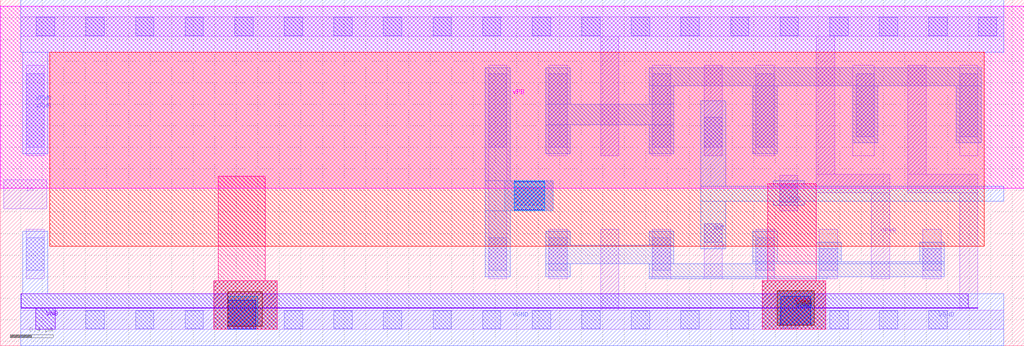
<source format=lef>
VERSION 5.7 ;
  NOWIREEXTENSIONATPIN ON ;
  DIVIDERCHAR "/" ;
  BUSBITCHARS "[]" ;
MACRO delay_macrocell
  CLASS BLOCK ;
  FOREIGN delay_macrocell ;
  ORIGIN 0.190 0.240 ;
  SIZE 9.500 BY 3.210 ;
  PIN in
    ANTENNAGATEAREA 4.880000 ;
    PORT
      LAYER li1 ;
        RECT -0.160 1.030 0.240 1.300 ;
    END
  END in
  PIN VPWR
    USE POWER ;
    PORT
      LAYER li1 ;
        RECT 0.000 2.630 9.120 2.810 ;
        RECT 0.050 1.520 0.220 2.360 ;
        RECT 5.380 1.520 5.550 2.630 ;
        RECT 7.380 1.350 7.550 2.630 ;
        RECT 7.380 1.180 8.060 1.350 ;
        RECT 7.890 0.380 8.060 1.180 ;
      LAYER mcon ;
        RECT 0.145 2.635 0.315 2.805 ;
        RECT 0.605 2.635 0.775 2.805 ;
        RECT 1.065 2.635 1.235 2.805 ;
        RECT 1.525 2.635 1.695 2.805 ;
        RECT 1.985 2.635 2.155 2.805 ;
        RECT 2.445 2.635 2.615 2.805 ;
        RECT 2.905 2.635 3.075 2.805 ;
        RECT 3.365 2.635 3.535 2.805 ;
        RECT 3.825 2.635 3.995 2.805 ;
        RECT 4.285 2.635 4.455 2.805 ;
        RECT 4.745 2.635 4.915 2.805 ;
        RECT 5.205 2.635 5.375 2.805 ;
        RECT 5.665 2.635 5.835 2.805 ;
        RECT 6.125 2.635 6.295 2.805 ;
        RECT 6.585 2.635 6.755 2.805 ;
        RECT 7.045 2.635 7.215 2.805 ;
        RECT 7.505 2.635 7.675 2.805 ;
        RECT 7.965 2.635 8.135 2.805 ;
        RECT 8.425 2.635 8.595 2.805 ;
        RECT 8.885 2.635 9.055 2.805 ;
        RECT 0.050 1.600 0.220 2.280 ;
      LAYER met1 ;
        RECT 0.000 2.480 9.120 2.970 ;
        RECT 0.020 1.540 0.250 2.480 ;
    END
  END VPWR
  PIN VPB
    PORT
      LAYER nwell ;
        RECT -0.190 1.220 9.310 2.910 ;
    END
  END VPB
  PIN out
    ANTENNAGATEAREA 0.366000 ;
    ANTENNADIFFAREA 0.402600 ;
    PORT
      LAYER li1 ;
        RECT 6.340 1.520 6.510 2.360 ;
        RECT 7.040 1.010 7.210 1.340 ;
        RECT 6.340 0.380 6.510 0.890 ;
      LAYER mcon ;
        RECT 6.340 1.600 6.510 1.880 ;
        RECT 7.040 1.090 7.210 1.260 ;
        RECT 6.340 0.720 6.510 0.890 ;
      LAYER met1 ;
        RECT 6.310 1.240 6.540 2.030 ;
        RECT 6.980 1.240 7.270 1.290 ;
        RECT 6.310 1.100 9.120 1.240 ;
        RECT 6.310 0.660 6.540 1.100 ;
        RECT 6.980 1.060 7.270 1.100 ;
    END
  END out
  PIN VGND
    USE GROUND ;
    PORT
      LAYER li1 ;
        RECT 8.230 1.350 8.400 2.360 ;
        RECT 8.230 1.180 8.880 1.350 ;
        RECT 0.050 0.380 0.220 0.840 ;
        RECT 5.380 0.090 5.550 0.840 ;
        RECT 8.710 0.090 8.880 1.180 ;
        RECT 0.000 -0.090 9.120 0.090 ;
      LAYER mcon ;
        RECT 0.050 0.460 0.220 0.760 ;
        RECT 0.140 -0.090 0.320 0.090 ;
        RECT 0.605 -0.085 0.775 0.085 ;
        RECT 1.065 -0.085 1.235 0.085 ;
        RECT 1.525 -0.085 1.695 0.085 ;
        RECT 1.985 -0.085 2.155 0.085 ;
        RECT 2.445 -0.085 2.615 0.085 ;
        RECT 2.905 -0.085 3.075 0.085 ;
        RECT 3.365 -0.085 3.535 0.085 ;
        RECT 3.825 -0.085 3.995 0.085 ;
        RECT 4.285 -0.085 4.455 0.085 ;
        RECT 4.745 -0.085 4.915 0.085 ;
        RECT 5.205 -0.085 5.375 0.085 ;
        RECT 5.665 -0.085 5.835 0.085 ;
        RECT 6.125 -0.085 6.295 0.085 ;
        RECT 6.585 -0.085 6.755 0.085 ;
        RECT 7.045 -0.085 7.215 0.085 ;
        RECT 7.505 -0.085 7.675 0.085 ;
        RECT 7.965 -0.085 8.135 0.085 ;
        RECT 8.425 -0.085 8.595 0.085 ;
      LAYER met1 ;
        RECT 0.020 0.240 0.250 0.820 ;
        RECT 0.000 -0.240 9.120 0.240 ;
      LAYER via ;
        RECT 1.920 -0.090 2.180 0.180 ;
        RECT 7.050 -0.050 7.330 0.220 ;
      LAYER met2 ;
        RECT 1.790 -0.090 2.380 0.360 ;
        RECT 6.880 -0.090 7.470 0.360 ;
      LAYER via2 ;
        RECT 1.920 -0.060 2.200 0.220 ;
        RECT 7.020 -0.050 7.360 0.270 ;
      LAYER met3 ;
        RECT 1.790 -0.090 2.380 0.360 ;
        RECT 6.880 -0.090 7.470 0.360 ;
      LAYER via3 ;
        RECT 1.920 -0.060 2.240 0.260 ;
        RECT 7.020 -0.050 7.360 0.270 ;
      LAYER met4 ;
        RECT 1.830 0.360 2.270 1.330 ;
        RECT 6.930 0.360 7.380 1.260 ;
        RECT 1.790 -0.090 2.380 0.360 ;
        RECT 6.880 -0.090 7.470 0.360 ;
    END
  END VGND
  PIN VNB
    PORT
      LAYER pwell ;
        RECT 0.005 0.110 8.790 0.240 ;
        RECT 0.005 0.105 8.880 0.110 ;
        RECT 0.140 -0.090 0.320 0.105 ;
    END
  END VNB
  OBS
      LAYER li1 ;
        RECT 4.340 1.290 4.510 2.360 ;
        RECT 4.900 1.520 5.070 2.360 ;
        RECT 5.860 1.520 6.030 2.360 ;
        RECT 6.820 1.520 6.990 2.360 ;
        RECT 7.720 1.520 7.920 2.360 ;
        RECT 8.710 1.520 8.880 2.360 ;
        RECT 4.340 1.010 4.940 1.290 ;
        RECT 4.340 0.380 4.510 1.010 ;
        RECT 4.900 0.380 5.070 0.840 ;
        RECT 5.860 0.380 6.030 0.840 ;
        RECT 6.820 0.380 6.990 0.840 ;
        RECT 7.410 0.380 7.580 0.840 ;
        RECT 8.370 0.380 8.540 0.840 ;
      LAYER mcon ;
        RECT 4.340 1.600 4.510 2.280 ;
        RECT 4.900 1.600 5.070 2.280 ;
        RECT 5.860 1.600 6.030 2.280 ;
        RECT 6.820 1.600 6.990 2.280 ;
        RECT 7.750 1.700 7.920 2.280 ;
        RECT 8.710 1.700 8.880 2.280 ;
        RECT 4.580 1.060 4.860 1.230 ;
        RECT 4.340 0.460 4.510 0.760 ;
        RECT 4.900 0.460 5.070 0.760 ;
        RECT 5.860 0.460 6.030 0.760 ;
        RECT 6.820 0.460 6.990 0.760 ;
        RECT 7.410 0.460 7.580 0.660 ;
        RECT 8.370 0.460 8.540 0.660 ;
      LAYER met1 ;
        RECT 4.310 1.290 4.540 2.340 ;
        RECT 4.870 2.000 5.100 2.340 ;
        RECT 5.830 2.170 8.910 2.340 ;
        RECT 5.830 2.000 6.060 2.170 ;
        RECT 4.870 1.810 6.060 2.000 ;
        RECT 4.870 1.540 5.100 1.810 ;
        RECT 5.830 1.540 6.060 1.810 ;
        RECT 6.790 1.540 7.020 2.170 ;
        RECT 7.720 1.640 7.950 2.170 ;
        RECT 8.680 1.640 8.910 2.170 ;
        RECT 4.310 1.010 4.940 1.290 ;
        RECT 4.310 0.400 4.540 1.010 ;
        RECT 4.870 0.690 5.100 0.820 ;
        RECT 5.830 0.690 6.060 0.820 ;
        RECT 4.870 0.520 6.060 0.690 ;
        RECT 6.790 0.540 7.020 0.820 ;
        RECT 7.380 0.540 7.610 0.720 ;
        RECT 8.340 0.540 8.570 0.720 ;
        RECT 6.790 0.520 8.570 0.540 ;
        RECT 4.870 0.400 5.100 0.520 ;
        RECT 5.830 0.400 8.570 0.520 ;
        RECT 5.830 0.380 7.480 0.400 ;
      LAYER via ;
        RECT 4.580 1.020 4.860 1.280 ;
      LAYER met2 ;
        RECT 4.490 1.010 4.940 1.290 ;
      LAYER via2 ;
        RECT 4.580 1.010 4.860 1.290 ;
      LAYER met3 ;
        RECT 0.270 0.680 8.940 2.480 ;
  END
END delay_macrocell
END LIBRARY


</source>
